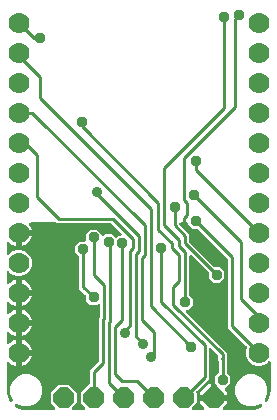
<source format=gbr>
G04 EAGLE Gerber RS-274X export*
G75*
%MOMM*%
%FSLAX34Y34*%
%LPD*%
%INBottom Copper*%
%IPPOS*%
%AMOC8*
5,1,8,0,0,1.08239X$1,22.5*%
G01*
%ADD10P,1.924489X8X292.500000*%
%ADD11C,1.778000*%
%ADD12C,0.254000*%
%ADD13P,0.981078X8X22.500000*%
%ADD14C,0.906400*%
%ADD15C,0.406400*%

G36*
X42586Y2558D02*
X42586Y2558D01*
X42724Y2571D01*
X42743Y2578D01*
X42764Y2581D01*
X42893Y2632D01*
X43024Y2679D01*
X43040Y2690D01*
X43059Y2698D01*
X43172Y2779D01*
X43287Y2857D01*
X43300Y2873D01*
X43317Y2884D01*
X43405Y2992D01*
X43497Y3096D01*
X43506Y3114D01*
X43519Y3129D01*
X43579Y3255D01*
X43642Y3379D01*
X43646Y3399D01*
X43655Y3417D01*
X43681Y3553D01*
X43711Y3689D01*
X43711Y3710D01*
X43715Y3729D01*
X43706Y3868D01*
X43702Y4007D01*
X43696Y4027D01*
X43695Y4047D01*
X43652Y4179D01*
X43613Y4313D01*
X43603Y4330D01*
X43597Y4349D01*
X43522Y4467D01*
X43452Y4587D01*
X43433Y4608D01*
X43427Y4618D01*
X43412Y4632D01*
X43345Y4707D01*
X39877Y8176D01*
X39877Y17224D01*
X46276Y23623D01*
X55324Y23623D01*
X61723Y17224D01*
X61723Y8176D01*
X58255Y4707D01*
X58169Y4598D01*
X58081Y4491D01*
X58072Y4472D01*
X58060Y4456D01*
X58004Y4328D01*
X57945Y4203D01*
X57941Y4183D01*
X57933Y4164D01*
X57911Y4026D01*
X57885Y3890D01*
X57887Y3870D01*
X57883Y3850D01*
X57896Y3711D01*
X57905Y3573D01*
X57911Y3554D01*
X57913Y3534D01*
X57960Y3402D01*
X58003Y3271D01*
X58014Y3253D01*
X58021Y3234D01*
X58099Y3119D01*
X58173Y3002D01*
X58188Y2988D01*
X58199Y2971D01*
X58304Y2879D01*
X58405Y2784D01*
X58423Y2774D01*
X58438Y2761D01*
X58562Y2697D01*
X58683Y2630D01*
X58703Y2625D01*
X58721Y2616D01*
X58857Y2586D01*
X58991Y2551D01*
X59019Y2549D01*
X59031Y2546D01*
X59052Y2547D01*
X59152Y2541D01*
X67848Y2541D01*
X67986Y2558D01*
X68124Y2571D01*
X68143Y2578D01*
X68164Y2581D01*
X68293Y2632D01*
X68424Y2679D01*
X68440Y2690D01*
X68459Y2698D01*
X68572Y2779D01*
X68687Y2857D01*
X68700Y2873D01*
X68717Y2884D01*
X68805Y2992D01*
X68897Y3096D01*
X68906Y3114D01*
X68919Y3129D01*
X68979Y3255D01*
X69042Y3379D01*
X69046Y3399D01*
X69055Y3417D01*
X69081Y3553D01*
X69111Y3689D01*
X69111Y3710D01*
X69115Y3729D01*
X69106Y3868D01*
X69102Y4007D01*
X69096Y4027D01*
X69095Y4047D01*
X69052Y4179D01*
X69013Y4313D01*
X69003Y4330D01*
X68997Y4349D01*
X68922Y4467D01*
X68852Y4587D01*
X68833Y4608D01*
X68827Y4618D01*
X68812Y4632D01*
X68745Y4707D01*
X65277Y8176D01*
X65277Y17224D01*
X71683Y23630D01*
X71746Y23638D01*
X71865Y23645D01*
X71903Y23658D01*
X71944Y23663D01*
X72054Y23706D01*
X72167Y23743D01*
X72202Y23765D01*
X72239Y23780D01*
X72335Y23849D01*
X72436Y23913D01*
X72464Y23943D01*
X72497Y23966D01*
X72573Y24058D01*
X72654Y24145D01*
X72674Y24180D01*
X72699Y24211D01*
X72750Y24319D01*
X72808Y24423D01*
X72818Y24463D01*
X72835Y24499D01*
X72857Y24616D01*
X72887Y24731D01*
X72891Y24791D01*
X72895Y24811D01*
X72893Y24832D01*
X72897Y24892D01*
X72897Y35658D01*
X80146Y42906D01*
X80206Y42985D01*
X80274Y43057D01*
X80303Y43110D01*
X80340Y43158D01*
X80380Y43249D01*
X80428Y43335D01*
X80443Y43394D01*
X80467Y43449D01*
X80482Y43547D01*
X80507Y43643D01*
X80513Y43743D01*
X80517Y43764D01*
X80515Y43776D01*
X80517Y43804D01*
X80517Y80108D01*
X81415Y81006D01*
X81476Y81084D01*
X81544Y81157D01*
X81573Y81210D01*
X81610Y81258D01*
X81650Y81348D01*
X81698Y81435D01*
X81713Y81494D01*
X81737Y81549D01*
X81752Y81647D01*
X81777Y81743D01*
X81783Y81843D01*
X81787Y81863D01*
X81785Y81876D01*
X81787Y81904D01*
X81787Y91029D01*
X81770Y91167D01*
X81757Y91306D01*
X81750Y91325D01*
X81747Y91345D01*
X81696Y91474D01*
X81649Y91605D01*
X81638Y91622D01*
X81630Y91640D01*
X81549Y91753D01*
X81471Y91868D01*
X81455Y91881D01*
X81444Y91898D01*
X81336Y91987D01*
X81232Y92078D01*
X81214Y92088D01*
X81199Y92101D01*
X81073Y92160D01*
X80949Y92223D01*
X80929Y92227D01*
X80911Y92236D01*
X80774Y92262D01*
X80639Y92293D01*
X80618Y92292D01*
X80599Y92296D01*
X80460Y92287D01*
X80321Y92283D01*
X80301Y92277D01*
X80281Y92276D01*
X80149Y92233D01*
X80015Y92195D01*
X79998Y92184D01*
X79979Y92178D01*
X79861Y92104D01*
X79741Y92033D01*
X79720Y92014D01*
X79710Y92008D01*
X79696Y91993D01*
X79621Y91927D01*
X78919Y91225D01*
X73481Y91225D01*
X69635Y95071D01*
X69635Y99158D01*
X69623Y99256D01*
X69620Y99355D01*
X69603Y99414D01*
X69595Y99474D01*
X69559Y99566D01*
X69531Y99661D01*
X69501Y99713D01*
X69478Y99769D01*
X69420Y99849D01*
X69370Y99935D01*
X69304Y100010D01*
X69292Y100027D01*
X69282Y100035D01*
X69264Y100056D01*
X64007Y105312D01*
X64007Y131923D01*
X63995Y132021D01*
X63992Y132120D01*
X63975Y132179D01*
X63967Y132239D01*
X63931Y132331D01*
X63903Y132426D01*
X63873Y132478D01*
X63850Y132534D01*
X63792Y132614D01*
X63742Y132700D01*
X63676Y132775D01*
X63664Y132792D01*
X63654Y132799D01*
X63636Y132821D01*
X60745Y135711D01*
X60745Y141149D01*
X64591Y144995D01*
X68366Y144995D01*
X68484Y145010D01*
X68603Y145017D01*
X68641Y145030D01*
X68682Y145035D01*
X68792Y145078D01*
X68905Y145115D01*
X68940Y145137D01*
X68977Y145152D01*
X69073Y145221D01*
X69174Y145285D01*
X69202Y145315D01*
X69235Y145338D01*
X69311Y145430D01*
X69392Y145517D01*
X69412Y145552D01*
X69437Y145583D01*
X69488Y145691D01*
X69546Y145795D01*
X69556Y145835D01*
X69573Y145871D01*
X69595Y145988D01*
X69625Y146103D01*
X69629Y146163D01*
X69633Y146183D01*
X69631Y146204D01*
X69635Y146264D01*
X69635Y151309D01*
X73481Y155155D01*
X78919Y155155D01*
X82765Y151309D01*
X82765Y150993D01*
X82782Y150855D01*
X82795Y150716D01*
X82802Y150697D01*
X82805Y150677D01*
X82856Y150548D01*
X82903Y150417D01*
X82914Y150400D01*
X82922Y150382D01*
X83003Y150269D01*
X83081Y150154D01*
X83097Y150141D01*
X83108Y150124D01*
X83216Y150035D01*
X83320Y149944D01*
X83338Y149934D01*
X83353Y149921D01*
X83479Y149862D01*
X83603Y149799D01*
X83623Y149795D01*
X83641Y149786D01*
X83778Y149760D01*
X83913Y149729D01*
X83934Y149730D01*
X83953Y149726D01*
X84092Y149735D01*
X84231Y149739D01*
X84251Y149745D01*
X84271Y149746D01*
X84403Y149789D01*
X84537Y149827D01*
X84554Y149838D01*
X84573Y149844D01*
X84691Y149918D01*
X84811Y149989D01*
X84832Y150008D01*
X84842Y150014D01*
X84856Y150029D01*
X84931Y150095D01*
X86181Y151345D01*
X91619Y151345D01*
X94352Y148611D01*
X94447Y148538D01*
X94536Y148460D01*
X94572Y148441D01*
X94604Y148416D01*
X94713Y148369D01*
X94819Y148315D01*
X94858Y148306D01*
X94896Y148290D01*
X95013Y148271D01*
X95129Y148245D01*
X95170Y148247D01*
X95210Y148240D01*
X95328Y148251D01*
X95447Y148255D01*
X95486Y148266D01*
X95526Y148270D01*
X95639Y148310D01*
X95753Y148343D01*
X95787Y148364D01*
X95826Y148378D01*
X95924Y148445D01*
X96027Y148505D01*
X96072Y148545D01*
X96089Y148556D01*
X96102Y148572D01*
X96147Y148611D01*
X97611Y150075D01*
X98730Y150075D01*
X98868Y150092D01*
X99007Y150105D01*
X99026Y150112D01*
X99046Y150115D01*
X99175Y150166D01*
X99306Y150213D01*
X99323Y150224D01*
X99341Y150232D01*
X99454Y150313D01*
X99569Y150391D01*
X99582Y150407D01*
X99599Y150418D01*
X99687Y150526D01*
X99780Y150630D01*
X99789Y150648D01*
X99802Y150663D01*
X99861Y150789D01*
X99924Y150913D01*
X99929Y150933D01*
X99937Y150951D01*
X99963Y151087D01*
X99994Y151223D01*
X99993Y151244D01*
X99997Y151263D01*
X99988Y151402D01*
X99984Y151541D01*
X99978Y151561D01*
X99977Y151581D01*
X99934Y151713D01*
X99896Y151847D01*
X99885Y151864D01*
X99879Y151883D01*
X99805Y152001D01*
X99734Y152121D01*
X99716Y152142D01*
X99709Y152152D01*
X99694Y152166D01*
X99628Y152241D01*
X91714Y160156D01*
X91635Y160216D01*
X91563Y160284D01*
X91510Y160313D01*
X91462Y160350D01*
X91371Y160390D01*
X91285Y160438D01*
X91226Y160453D01*
X91171Y160477D01*
X91073Y160492D01*
X90977Y160517D01*
X90877Y160523D01*
X90856Y160527D01*
X90844Y160525D01*
X90816Y160527D01*
X45622Y160527D01*
X45232Y160917D01*
X45154Y160978D01*
X45081Y161046D01*
X45028Y161075D01*
X44980Y161112D01*
X44890Y161152D01*
X44803Y161200D01*
X44744Y161215D01*
X44689Y161239D01*
X44591Y161254D01*
X44495Y161279D01*
X44395Y161285D01*
X44375Y161289D01*
X44362Y161287D01*
X44334Y161289D01*
X22862Y161289D01*
X22822Y161284D01*
X22783Y161287D01*
X22665Y161264D01*
X22546Y161249D01*
X22509Y161235D01*
X22470Y161227D01*
X22362Y161176D01*
X22251Y161132D01*
X22218Y161109D01*
X22182Y161092D01*
X22090Y161016D01*
X21993Y160946D01*
X21968Y160915D01*
X21937Y160890D01*
X21867Y160793D01*
X21790Y160701D01*
X21773Y160665D01*
X21750Y160632D01*
X21706Y160521D01*
X21655Y160413D01*
X21647Y160374D01*
X21633Y160337D01*
X21618Y160218D01*
X21595Y160101D01*
X21598Y160061D01*
X21593Y160021D01*
X21607Y159902D01*
X21615Y159783D01*
X21627Y159745D01*
X21632Y159706D01*
X21676Y159594D01*
X21713Y159481D01*
X21734Y159447D01*
X21749Y159410D01*
X21835Y159274D01*
X22477Y158391D01*
X23293Y156788D01*
X23849Y155077D01*
X23871Y154939D01*
X13970Y154939D01*
X13852Y154924D01*
X13733Y154917D01*
X13695Y154904D01*
X13655Y154899D01*
X13544Y154856D01*
X13431Y154819D01*
X13397Y154797D01*
X13359Y154782D01*
X13263Y154712D01*
X13162Y154649D01*
X13134Y154619D01*
X13102Y154595D01*
X13026Y154504D01*
X12944Y154417D01*
X12925Y154382D01*
X12899Y154351D01*
X12848Y154243D01*
X12791Y154139D01*
X12780Y154099D01*
X12763Y154063D01*
X12741Y153946D01*
X12711Y153831D01*
X12707Y153770D01*
X12703Y153750D01*
X12705Y153730D01*
X12701Y153670D01*
X12701Y152399D01*
X11430Y152399D01*
X11312Y152384D01*
X11193Y152377D01*
X11155Y152364D01*
X11114Y152359D01*
X11004Y152315D01*
X10891Y152279D01*
X10856Y152257D01*
X10819Y152242D01*
X10723Y152172D01*
X10622Y152109D01*
X10594Y152079D01*
X10561Y152055D01*
X10486Y151964D01*
X10404Y151877D01*
X10384Y151842D01*
X10359Y151810D01*
X10308Y151703D01*
X10250Y151598D01*
X10240Y151559D01*
X10223Y151523D01*
X10201Y151406D01*
X10171Y151291D01*
X10167Y151230D01*
X10163Y151210D01*
X10165Y151190D01*
X10161Y151130D01*
X10161Y141229D01*
X10023Y141251D01*
X8312Y141807D01*
X6709Y142623D01*
X5253Y143681D01*
X4708Y144227D01*
X4598Y144312D01*
X4491Y144401D01*
X4472Y144410D01*
X4456Y144422D01*
X4328Y144477D01*
X4203Y144536D01*
X4183Y144540D01*
X4164Y144548D01*
X4026Y144570D01*
X3890Y144596D01*
X3870Y144595D01*
X3850Y144598D01*
X3711Y144585D01*
X3573Y144576D01*
X3554Y144570D01*
X3534Y144568D01*
X3403Y144521D01*
X3271Y144478D01*
X3253Y144468D01*
X3234Y144461D01*
X3120Y144383D01*
X3002Y144308D01*
X2988Y144294D01*
X2971Y144282D01*
X2879Y144178D01*
X2784Y144077D01*
X2774Y144059D01*
X2761Y144044D01*
X2698Y143920D01*
X2630Y143798D01*
X2625Y143779D01*
X2616Y143761D01*
X2586Y143625D01*
X2551Y143490D01*
X2549Y143462D01*
X2546Y143450D01*
X2547Y143430D01*
X2541Y143330D01*
X2541Y135352D01*
X2558Y135215D01*
X2571Y135076D01*
X2578Y135057D01*
X2581Y135036D01*
X2632Y134908D01*
X2679Y134776D01*
X2690Y134760D01*
X2698Y134741D01*
X2779Y134628D01*
X2857Y134513D01*
X2873Y134500D01*
X2884Y134483D01*
X2992Y134395D01*
X3096Y134303D01*
X3114Y134294D01*
X3129Y134281D01*
X3255Y134221D01*
X3379Y134158D01*
X3399Y134154D01*
X3417Y134145D01*
X3554Y134119D01*
X3689Y134089D01*
X3710Y134089D01*
X3729Y134085D01*
X3868Y134094D01*
X4007Y134098D01*
X4027Y134104D01*
X4047Y134105D01*
X4179Y134148D01*
X4313Y134187D01*
X4330Y134197D01*
X4349Y134203D01*
X4467Y134278D01*
X4587Y134348D01*
X4608Y134367D01*
X4618Y134373D01*
X4632Y134388D01*
X4707Y134455D01*
X6513Y136260D01*
X10527Y137923D01*
X14873Y137923D01*
X18887Y136260D01*
X21960Y133187D01*
X23623Y129173D01*
X23623Y124827D01*
X21960Y120813D01*
X18887Y117740D01*
X14873Y116077D01*
X10527Y116077D01*
X6513Y117740D01*
X4707Y119545D01*
X4598Y119631D01*
X4491Y119719D01*
X4472Y119728D01*
X4456Y119740D01*
X4328Y119796D01*
X4203Y119855D01*
X4183Y119859D01*
X4164Y119867D01*
X4026Y119889D01*
X3890Y119915D01*
X3870Y119913D01*
X3850Y119917D01*
X3711Y119904D01*
X3573Y119895D01*
X3554Y119889D01*
X3534Y119887D01*
X3402Y119840D01*
X3271Y119797D01*
X3253Y119786D01*
X3234Y119779D01*
X3119Y119701D01*
X3002Y119627D01*
X2988Y119612D01*
X2971Y119601D01*
X2879Y119496D01*
X2784Y119395D01*
X2774Y119377D01*
X2761Y119362D01*
X2697Y119238D01*
X2630Y119117D01*
X2625Y119097D01*
X2616Y119079D01*
X2586Y118943D01*
X2551Y118809D01*
X2549Y118781D01*
X2546Y118769D01*
X2547Y118748D01*
X2541Y118648D01*
X2541Y110670D01*
X2558Y110532D01*
X2571Y110394D01*
X2578Y110375D01*
X2581Y110355D01*
X2632Y110225D01*
X2679Y110095D01*
X2690Y110078D01*
X2698Y110059D01*
X2779Y109947D01*
X2857Y109832D01*
X2873Y109818D01*
X2884Y109802D01*
X2992Y109713D01*
X3096Y109621D01*
X3114Y109612D01*
X3129Y109599D01*
X3255Y109540D01*
X3379Y109477D01*
X3399Y109472D01*
X3417Y109464D01*
X3553Y109438D01*
X3689Y109407D01*
X3710Y109408D01*
X3729Y109404D01*
X3868Y109412D01*
X4007Y109417D01*
X4027Y109422D01*
X4047Y109424D01*
X4179Y109466D01*
X4313Y109505D01*
X4330Y109515D01*
X4349Y109522D01*
X4467Y109596D01*
X4587Y109667D01*
X4608Y109685D01*
X4618Y109692D01*
X4632Y109707D01*
X4708Y109773D01*
X5253Y110319D01*
X6709Y111377D01*
X8312Y112193D01*
X10023Y112749D01*
X10161Y112771D01*
X10161Y102870D01*
X10176Y102752D01*
X10183Y102633D01*
X10196Y102595D01*
X10201Y102555D01*
X10244Y102444D01*
X10281Y102331D01*
X10303Y102297D01*
X10318Y102259D01*
X10388Y102163D01*
X10451Y102062D01*
X10481Y102034D01*
X10504Y102002D01*
X10596Y101926D01*
X10683Y101844D01*
X10718Y101825D01*
X10749Y101799D01*
X10857Y101748D01*
X10961Y101691D01*
X11001Y101680D01*
X11037Y101663D01*
X11154Y101641D01*
X11269Y101611D01*
X11330Y101607D01*
X11350Y101603D01*
X11370Y101605D01*
X11430Y101601D01*
X12701Y101601D01*
X12701Y101599D01*
X11430Y101599D01*
X11312Y101584D01*
X11193Y101577D01*
X11155Y101564D01*
X11114Y101559D01*
X11004Y101515D01*
X10891Y101479D01*
X10856Y101457D01*
X10819Y101442D01*
X10723Y101372D01*
X10622Y101309D01*
X10594Y101279D01*
X10561Y101255D01*
X10486Y101164D01*
X10404Y101077D01*
X10384Y101042D01*
X10359Y101010D01*
X10308Y100903D01*
X10250Y100798D01*
X10240Y100759D01*
X10223Y100723D01*
X10201Y100606D01*
X10171Y100491D01*
X10167Y100430D01*
X10163Y100410D01*
X10165Y100390D01*
X10161Y100330D01*
X10161Y90429D01*
X10023Y90451D01*
X8312Y91007D01*
X6709Y91823D01*
X5253Y92881D01*
X4708Y93427D01*
X4598Y93512D01*
X4491Y93601D01*
X4472Y93610D01*
X4456Y93622D01*
X4328Y93677D01*
X4203Y93736D01*
X4183Y93740D01*
X4164Y93748D01*
X4026Y93770D01*
X3890Y93796D01*
X3870Y93795D01*
X3850Y93798D01*
X3711Y93785D01*
X3573Y93776D01*
X3554Y93770D01*
X3534Y93768D01*
X3403Y93721D01*
X3271Y93678D01*
X3253Y93668D01*
X3234Y93661D01*
X3120Y93583D01*
X3002Y93508D01*
X2988Y93494D01*
X2971Y93482D01*
X2879Y93378D01*
X2784Y93277D01*
X2774Y93259D01*
X2761Y93244D01*
X2698Y93120D01*
X2630Y92998D01*
X2625Y92979D01*
X2616Y92961D01*
X2586Y92825D01*
X2551Y92690D01*
X2549Y92662D01*
X2546Y92650D01*
X2547Y92630D01*
X2541Y92530D01*
X2541Y85270D01*
X2558Y85132D01*
X2571Y84994D01*
X2578Y84975D01*
X2581Y84955D01*
X2632Y84825D01*
X2679Y84695D01*
X2690Y84678D01*
X2698Y84659D01*
X2779Y84547D01*
X2857Y84432D01*
X2873Y84418D01*
X2884Y84402D01*
X2992Y84313D01*
X3096Y84221D01*
X3114Y84212D01*
X3129Y84199D01*
X3255Y84140D01*
X3379Y84077D01*
X3399Y84072D01*
X3417Y84064D01*
X3553Y84038D01*
X3689Y84007D01*
X3710Y84008D01*
X3729Y84004D01*
X3868Y84012D01*
X4007Y84017D01*
X4027Y84022D01*
X4047Y84024D01*
X4179Y84066D01*
X4313Y84105D01*
X4330Y84115D01*
X4349Y84122D01*
X4467Y84196D01*
X4587Y84267D01*
X4608Y84285D01*
X4618Y84292D01*
X4632Y84307D01*
X4708Y84373D01*
X5253Y84919D01*
X6709Y85977D01*
X8312Y86793D01*
X10023Y87349D01*
X10161Y87371D01*
X10161Y77470D01*
X10176Y77352D01*
X10183Y77233D01*
X10196Y77195D01*
X10201Y77155D01*
X10244Y77044D01*
X10281Y76931D01*
X10303Y76897D01*
X10318Y76859D01*
X10388Y76763D01*
X10451Y76662D01*
X10481Y76634D01*
X10504Y76602D01*
X10596Y76526D01*
X10683Y76444D01*
X10718Y76425D01*
X10749Y76399D01*
X10857Y76348D01*
X10961Y76291D01*
X11001Y76280D01*
X11037Y76263D01*
X11154Y76241D01*
X11269Y76211D01*
X11330Y76207D01*
X11350Y76203D01*
X11370Y76205D01*
X11430Y76201D01*
X12701Y76201D01*
X12701Y76199D01*
X11430Y76199D01*
X11312Y76184D01*
X11193Y76177D01*
X11155Y76164D01*
X11114Y76159D01*
X11004Y76115D01*
X10891Y76079D01*
X10856Y76057D01*
X10819Y76042D01*
X10723Y75972D01*
X10622Y75909D01*
X10594Y75879D01*
X10561Y75855D01*
X10486Y75764D01*
X10404Y75677D01*
X10384Y75642D01*
X10359Y75610D01*
X10308Y75503D01*
X10250Y75398D01*
X10240Y75359D01*
X10223Y75323D01*
X10201Y75206D01*
X10171Y75091D01*
X10167Y75030D01*
X10163Y75010D01*
X10165Y74990D01*
X10161Y74930D01*
X10161Y65029D01*
X10023Y65051D01*
X8312Y65607D01*
X6709Y66423D01*
X5253Y67481D01*
X4708Y68027D01*
X4598Y68112D01*
X4491Y68201D01*
X4472Y68210D01*
X4456Y68222D01*
X4328Y68277D01*
X4203Y68336D01*
X4183Y68340D01*
X4164Y68348D01*
X4026Y68370D01*
X3890Y68396D01*
X3870Y68395D01*
X3850Y68398D01*
X3711Y68385D01*
X3573Y68376D01*
X3554Y68370D01*
X3534Y68368D01*
X3403Y68321D01*
X3271Y68278D01*
X3253Y68268D01*
X3234Y68261D01*
X3120Y68183D01*
X3002Y68108D01*
X2988Y68094D01*
X2971Y68082D01*
X2879Y67978D01*
X2784Y67877D01*
X2774Y67859D01*
X2761Y67844D01*
X2698Y67720D01*
X2630Y67598D01*
X2625Y67579D01*
X2616Y67561D01*
X2586Y67425D01*
X2551Y67290D01*
X2549Y67262D01*
X2546Y67250D01*
X2547Y67230D01*
X2541Y67130D01*
X2541Y59870D01*
X2558Y59732D01*
X2571Y59594D01*
X2578Y59575D01*
X2581Y59555D01*
X2632Y59425D01*
X2679Y59295D01*
X2690Y59278D01*
X2698Y59259D01*
X2779Y59147D01*
X2857Y59032D01*
X2873Y59018D01*
X2884Y59002D01*
X2992Y58913D01*
X3096Y58821D01*
X3114Y58812D01*
X3129Y58799D01*
X3255Y58740D01*
X3379Y58677D01*
X3399Y58672D01*
X3417Y58664D01*
X3553Y58638D01*
X3689Y58607D01*
X3710Y58608D01*
X3729Y58604D01*
X3868Y58612D01*
X4007Y58617D01*
X4027Y58622D01*
X4047Y58624D01*
X4179Y58666D01*
X4313Y58705D01*
X4330Y58715D01*
X4349Y58722D01*
X4467Y58796D01*
X4587Y58867D01*
X4608Y58885D01*
X4618Y58892D01*
X4632Y58907D01*
X4708Y58973D01*
X5253Y59519D01*
X6709Y60577D01*
X8312Y61393D01*
X10023Y61949D01*
X10161Y61971D01*
X10161Y52070D01*
X10176Y51952D01*
X10183Y51833D01*
X10196Y51795D01*
X10201Y51755D01*
X10244Y51644D01*
X10281Y51531D01*
X10303Y51497D01*
X10318Y51459D01*
X10388Y51363D01*
X10451Y51262D01*
X10481Y51234D01*
X10504Y51202D01*
X10596Y51126D01*
X10683Y51044D01*
X10718Y51025D01*
X10749Y50999D01*
X10857Y50948D01*
X10961Y50891D01*
X11001Y50880D01*
X11037Y50863D01*
X11154Y50841D01*
X11269Y50811D01*
X11330Y50807D01*
X11350Y50803D01*
X11370Y50805D01*
X11430Y50801D01*
X12701Y50801D01*
X12701Y50799D01*
X11430Y50799D01*
X11312Y50784D01*
X11193Y50777D01*
X11155Y50764D01*
X11114Y50759D01*
X11004Y50715D01*
X10891Y50679D01*
X10856Y50657D01*
X10819Y50642D01*
X10723Y50572D01*
X10622Y50509D01*
X10594Y50479D01*
X10561Y50455D01*
X10486Y50364D01*
X10404Y50277D01*
X10384Y50242D01*
X10359Y50210D01*
X10308Y50103D01*
X10250Y49998D01*
X10240Y49959D01*
X10223Y49923D01*
X10201Y49806D01*
X10171Y49691D01*
X10167Y49630D01*
X10163Y49610D01*
X10165Y49590D01*
X10163Y49583D01*
X10164Y49577D01*
X10161Y49530D01*
X10161Y39629D01*
X10023Y39651D01*
X8312Y40207D01*
X6709Y41023D01*
X5253Y42081D01*
X4708Y42627D01*
X4598Y42712D01*
X4491Y42801D01*
X4472Y42810D01*
X4456Y42822D01*
X4328Y42877D01*
X4203Y42936D01*
X4183Y42940D01*
X4164Y42948D01*
X4026Y42970D01*
X3890Y42996D01*
X3870Y42995D01*
X3850Y42998D01*
X3711Y42985D01*
X3573Y42976D01*
X3554Y42970D01*
X3534Y42968D01*
X3403Y42921D01*
X3271Y42878D01*
X3253Y42868D01*
X3234Y42861D01*
X3120Y42783D01*
X3002Y42708D01*
X2988Y42694D01*
X2971Y42682D01*
X2879Y42578D01*
X2784Y42477D01*
X2774Y42459D01*
X2761Y42444D01*
X2698Y42320D01*
X2630Y42198D01*
X2625Y42179D01*
X2616Y42161D01*
X2586Y42025D01*
X2551Y41890D01*
X2549Y41862D01*
X2546Y41850D01*
X2547Y41830D01*
X2541Y41730D01*
X2541Y19050D01*
X2543Y19028D01*
X2545Y18950D01*
X2732Y16566D01*
X2746Y16499D01*
X2751Y16430D01*
X2790Y16274D01*
X4264Y11739D01*
X4314Y11631D01*
X4358Y11521D01*
X4391Y11470D01*
X4399Y11451D01*
X4412Y11435D01*
X4444Y11385D01*
X5409Y10058D01*
X5415Y10050D01*
X5420Y10042D01*
X5525Y9934D01*
X5626Y9826D01*
X5635Y9820D01*
X5642Y9813D01*
X5769Y9735D01*
X5895Y9655D01*
X5904Y9652D01*
X5913Y9647D01*
X6055Y9603D01*
X6197Y9557D01*
X6207Y9556D01*
X6217Y9553D01*
X6365Y9546D01*
X6515Y9537D01*
X6525Y9539D01*
X6534Y9538D01*
X6680Y9568D01*
X6827Y9596D01*
X6836Y9600D01*
X6846Y9603D01*
X6981Y9669D01*
X7115Y9732D01*
X7123Y9738D01*
X7132Y9742D01*
X7246Y9840D01*
X7360Y9934D01*
X7366Y9942D01*
X7374Y9949D01*
X7460Y10071D01*
X7547Y10191D01*
X7551Y10200D01*
X7557Y10209D01*
X7610Y10349D01*
X7665Y10487D01*
X7666Y10497D01*
X7669Y10506D01*
X7686Y10655D01*
X7705Y10802D01*
X7704Y10812D01*
X7705Y10822D01*
X7684Y10970D01*
X7665Y11118D01*
X7662Y11127D01*
X7660Y11137D01*
X7608Y11289D01*
X5509Y16357D01*
X5509Y21743D01*
X7571Y26720D01*
X11380Y30529D01*
X16357Y32591D01*
X21743Y32591D01*
X26720Y30529D01*
X30529Y26720D01*
X32591Y21743D01*
X32591Y16357D01*
X30529Y11380D01*
X26720Y7571D01*
X21743Y5509D01*
X16357Y5509D01*
X11289Y7608D01*
X11280Y7611D01*
X11271Y7616D01*
X11126Y7653D01*
X10983Y7692D01*
X10973Y7692D01*
X10963Y7695D01*
X10814Y7695D01*
X10665Y7697D01*
X10655Y7695D01*
X10645Y7695D01*
X10501Y7658D01*
X10355Y7623D01*
X10346Y7618D01*
X10337Y7616D01*
X10207Y7544D01*
X10074Y7474D01*
X10067Y7468D01*
X10058Y7463D01*
X9949Y7360D01*
X9839Y7260D01*
X9833Y7252D01*
X9826Y7245D01*
X9746Y7120D01*
X9664Y6995D01*
X9661Y6985D01*
X9656Y6977D01*
X9609Y6835D01*
X9561Y6694D01*
X9560Y6684D01*
X9557Y6674D01*
X9548Y6526D01*
X9536Y6377D01*
X9537Y6367D01*
X9537Y6357D01*
X9564Y6212D01*
X9590Y6063D01*
X9594Y6054D01*
X9596Y6045D01*
X9659Y5910D01*
X9721Y5774D01*
X9727Y5766D01*
X9731Y5757D01*
X9826Y5641D01*
X9919Y5525D01*
X9927Y5519D01*
X9934Y5511D01*
X10058Y5409D01*
X11385Y4444D01*
X11489Y4387D01*
X11589Y4323D01*
X11646Y4301D01*
X11664Y4291D01*
X11683Y4286D01*
X11739Y4264D01*
X16274Y2790D01*
X16342Y2778D01*
X16407Y2755D01*
X16566Y2732D01*
X18950Y2545D01*
X18972Y2546D01*
X19050Y2541D01*
X42448Y2541D01*
X42586Y2558D01*
G37*
G36*
X168867Y2558D02*
X168867Y2558D01*
X169006Y2571D01*
X169025Y2578D01*
X169045Y2581D01*
X169174Y2632D01*
X169305Y2679D01*
X169322Y2690D01*
X169341Y2698D01*
X169453Y2779D01*
X169568Y2857D01*
X169582Y2873D01*
X169598Y2884D01*
X169687Y2992D01*
X169779Y3096D01*
X169788Y3114D01*
X169801Y3129D01*
X169860Y3255D01*
X169923Y3379D01*
X169928Y3399D01*
X169936Y3417D01*
X169963Y3553D01*
X169993Y3689D01*
X169992Y3710D01*
X169996Y3729D01*
X169988Y3868D01*
X169983Y4007D01*
X169978Y4027D01*
X169977Y4047D01*
X169934Y4179D01*
X169895Y4313D01*
X169885Y4330D01*
X169878Y4349D01*
X169804Y4467D01*
X169733Y4587D01*
X169715Y4608D01*
X169708Y4618D01*
X169693Y4632D01*
X169627Y4707D01*
X166369Y7965D01*
X166369Y10161D01*
X176530Y10161D01*
X176648Y10176D01*
X176767Y10183D01*
X176805Y10196D01*
X176845Y10201D01*
X176956Y10244D01*
X177069Y10281D01*
X177103Y10303D01*
X177141Y10318D01*
X177237Y10388D01*
X177338Y10451D01*
X177366Y10481D01*
X177398Y10504D01*
X177474Y10596D01*
X177556Y10683D01*
X177575Y10718D01*
X177601Y10749D01*
X177652Y10857D01*
X177709Y10961D01*
X177720Y11001D01*
X177737Y11037D01*
X177759Y11154D01*
X177789Y11269D01*
X177793Y11330D01*
X177797Y11350D01*
X177795Y11370D01*
X177799Y11430D01*
X177799Y12701D01*
X177801Y12701D01*
X177801Y11430D01*
X177816Y11312D01*
X177823Y11193D01*
X177836Y11155D01*
X177841Y11114D01*
X177885Y11004D01*
X177921Y10891D01*
X177943Y10856D01*
X177958Y10819D01*
X178028Y10723D01*
X178091Y10622D01*
X178121Y10594D01*
X178145Y10561D01*
X178236Y10486D01*
X178323Y10404D01*
X178358Y10384D01*
X178390Y10359D01*
X178497Y10308D01*
X178602Y10250D01*
X178641Y10240D01*
X178677Y10223D01*
X178794Y10201D01*
X178909Y10171D01*
X178970Y10167D01*
X178990Y10163D01*
X179010Y10165D01*
X179070Y10161D01*
X189231Y10161D01*
X189231Y7965D01*
X185973Y4707D01*
X185888Y4598D01*
X185799Y4491D01*
X185790Y4472D01*
X185778Y4456D01*
X185723Y4328D01*
X185664Y4203D01*
X185660Y4183D01*
X185652Y4164D01*
X185630Y4026D01*
X185604Y3890D01*
X185605Y3870D01*
X185602Y3850D01*
X185615Y3711D01*
X185623Y3573D01*
X185630Y3554D01*
X185632Y3534D01*
X185679Y3402D01*
X185722Y3271D01*
X185732Y3253D01*
X185739Y3234D01*
X185817Y3119D01*
X185892Y3002D01*
X185906Y2988D01*
X185918Y2971D01*
X186022Y2879D01*
X186123Y2784D01*
X186141Y2774D01*
X186156Y2761D01*
X186280Y2697D01*
X186402Y2630D01*
X186421Y2625D01*
X186439Y2616D01*
X186575Y2586D01*
X186710Y2551D01*
X186738Y2549D01*
X186750Y2546D01*
X186770Y2547D01*
X186870Y2541D01*
X209550Y2541D01*
X209572Y2543D01*
X209650Y2545D01*
X212034Y2732D01*
X212101Y2746D01*
X212170Y2751D01*
X212326Y2790D01*
X216861Y4264D01*
X216968Y4314D01*
X217079Y4358D01*
X217130Y4391D01*
X217149Y4399D01*
X217165Y4412D01*
X217215Y4444D01*
X218542Y5409D01*
X218550Y5416D01*
X218558Y5421D01*
X218665Y5524D01*
X218774Y5626D01*
X218780Y5635D01*
X218787Y5642D01*
X218865Y5769D01*
X218945Y5895D01*
X218948Y5904D01*
X218953Y5913D01*
X218997Y6055D01*
X219043Y6197D01*
X219044Y6207D01*
X219047Y6217D01*
X219054Y6365D01*
X219063Y6515D01*
X219061Y6525D01*
X219062Y6535D01*
X219032Y6679D01*
X219004Y6827D01*
X219000Y6836D01*
X218998Y6846D01*
X218932Y6980D01*
X218869Y7115D01*
X218862Y7123D01*
X218858Y7132D01*
X218761Y7245D01*
X218666Y7360D01*
X218658Y7366D01*
X218651Y7374D01*
X218529Y7460D01*
X218409Y7547D01*
X218400Y7551D01*
X218391Y7557D01*
X218252Y7610D01*
X218113Y7665D01*
X218103Y7666D01*
X218094Y7669D01*
X217945Y7686D01*
X217798Y7705D01*
X217788Y7704D01*
X217778Y7705D01*
X217630Y7684D01*
X217482Y7665D01*
X217473Y7662D01*
X217463Y7660D01*
X217311Y7608D01*
X212243Y5509D01*
X206857Y5509D01*
X201880Y7571D01*
X198071Y11380D01*
X196009Y16357D01*
X196009Y21743D01*
X198071Y26720D01*
X201880Y30529D01*
X206857Y32591D01*
X212243Y32591D01*
X217220Y30529D01*
X221029Y26720D01*
X223091Y21743D01*
X223091Y16357D01*
X220992Y11289D01*
X220989Y11280D01*
X220984Y11271D01*
X220947Y11126D01*
X220908Y10983D01*
X220908Y10973D01*
X220905Y10963D01*
X220905Y10814D01*
X220903Y10665D01*
X220905Y10655D01*
X220905Y10645D01*
X220942Y10501D01*
X220977Y10355D01*
X220982Y10346D01*
X220984Y10337D01*
X221056Y10206D01*
X221126Y10074D01*
X221132Y10067D01*
X221137Y10058D01*
X221240Y9949D01*
X221340Y9839D01*
X221348Y9833D01*
X221355Y9826D01*
X221481Y9746D01*
X221605Y9664D01*
X221615Y9661D01*
X221623Y9655D01*
X221765Y9609D01*
X221906Y9561D01*
X221916Y9560D01*
X221925Y9557D01*
X222074Y9548D01*
X222223Y9536D01*
X222233Y9537D01*
X222243Y9537D01*
X222388Y9564D01*
X222536Y9590D01*
X222546Y9594D01*
X222555Y9596D01*
X222690Y9659D01*
X222826Y9721D01*
X222834Y9727D01*
X222843Y9731D01*
X222958Y9826D01*
X223075Y9919D01*
X223081Y9927D01*
X223089Y9934D01*
X223191Y10057D01*
X224156Y11385D01*
X224213Y11489D01*
X224277Y11589D01*
X224299Y11646D01*
X224309Y11664D01*
X224314Y11683D01*
X224336Y11739D01*
X225810Y16274D01*
X225822Y16342D01*
X225845Y16407D01*
X225868Y16566D01*
X226055Y18950D01*
X226055Y18956D01*
X226056Y18960D01*
X226055Y18980D01*
X226059Y19050D01*
X226059Y42448D01*
X226042Y42585D01*
X226029Y42724D01*
X226022Y42743D01*
X226019Y42764D01*
X225968Y42892D01*
X225921Y43024D01*
X225910Y43040D01*
X225902Y43059D01*
X225821Y43172D01*
X225743Y43287D01*
X225727Y43300D01*
X225716Y43317D01*
X225608Y43405D01*
X225504Y43497D01*
X225486Y43506D01*
X225471Y43519D01*
X225345Y43579D01*
X225221Y43642D01*
X225201Y43646D01*
X225183Y43655D01*
X225046Y43681D01*
X224911Y43711D01*
X224890Y43711D01*
X224871Y43715D01*
X224732Y43706D01*
X224593Y43702D01*
X224573Y43696D01*
X224553Y43695D01*
X224421Y43652D01*
X224287Y43613D01*
X224270Y43603D01*
X224251Y43597D01*
X224133Y43522D01*
X224013Y43452D01*
X223992Y43433D01*
X223982Y43427D01*
X223968Y43412D01*
X223893Y43345D01*
X222087Y41540D01*
X218073Y39877D01*
X213727Y39877D01*
X209713Y41540D01*
X206640Y44613D01*
X204977Y48627D01*
X204977Y52973D01*
X205848Y55074D01*
X205855Y55102D01*
X205869Y55128D01*
X205897Y55255D01*
X205931Y55380D01*
X205932Y55410D01*
X205938Y55439D01*
X205934Y55568D01*
X205937Y55698D01*
X205930Y55727D01*
X205929Y55757D01*
X205893Y55881D01*
X205862Y56008D01*
X205849Y56034D01*
X205840Y56062D01*
X205775Y56174D01*
X205714Y56289D01*
X205694Y56311D01*
X205679Y56336D01*
X205572Y56457D01*
X189737Y72292D01*
X189737Y130186D01*
X189725Y130284D01*
X189722Y130383D01*
X189705Y130442D01*
X189697Y130502D01*
X189661Y130594D01*
X189633Y130689D01*
X189603Y130741D01*
X189580Y130797D01*
X189522Y130877D01*
X189472Y130963D01*
X189406Y131038D01*
X189394Y131055D01*
X189384Y131063D01*
X189366Y131084D01*
X164826Y155624D01*
X164747Y155684D01*
X164675Y155752D01*
X164622Y155781D01*
X164574Y155818D01*
X164483Y155858D01*
X164397Y155906D01*
X164338Y155921D01*
X164283Y155945D01*
X164185Y155960D01*
X164089Y155985D01*
X163989Y155991D01*
X163968Y155995D01*
X163956Y155993D01*
X163928Y155995D01*
X159841Y155995D01*
X155995Y159841D01*
X155995Y160020D01*
X155980Y160138D01*
X155973Y160257D01*
X155960Y160295D01*
X155955Y160336D01*
X155912Y160446D01*
X155875Y160559D01*
X155853Y160594D01*
X155838Y160631D01*
X155769Y160727D01*
X155705Y160828D01*
X155675Y160856D01*
X155652Y160889D01*
X155560Y160965D01*
X155473Y161046D01*
X155438Y161066D01*
X155407Y161091D01*
X155299Y161142D01*
X155195Y161200D01*
X155155Y161210D01*
X155119Y161227D01*
X155002Y161249D01*
X154887Y161279D01*
X154827Y161283D01*
X154807Y161287D01*
X154786Y161285D01*
X154726Y161289D01*
X149976Y161289D01*
X149838Y161272D01*
X149699Y161259D01*
X149680Y161252D01*
X149660Y161249D01*
X149531Y161198D01*
X149400Y161151D01*
X149383Y161140D01*
X149365Y161132D01*
X149252Y161051D01*
X149137Y160973D01*
X149124Y160957D01*
X149107Y160946D01*
X149018Y160838D01*
X148927Y160734D01*
X148917Y160716D01*
X148904Y160701D01*
X148845Y160575D01*
X148782Y160451D01*
X148777Y160431D01*
X148769Y160413D01*
X148743Y160277D01*
X148712Y160141D01*
X148713Y160120D01*
X148709Y160101D01*
X148718Y159962D01*
X148722Y159823D01*
X148728Y159803D01*
X148729Y159783D01*
X148772Y159651D01*
X148810Y159517D01*
X148821Y159500D01*
X148827Y159481D01*
X148901Y159363D01*
X148972Y159243D01*
X148990Y159222D01*
X148997Y159212D01*
X149012Y159198D01*
X149078Y159123D01*
X156973Y151228D01*
X156973Y145404D01*
X156985Y145306D01*
X156988Y145207D01*
X157005Y145148D01*
X157013Y145088D01*
X157049Y144996D01*
X157077Y144901D01*
X157107Y144849D01*
X157130Y144793D01*
X157188Y144713D01*
X157238Y144627D01*
X157304Y144552D01*
X157316Y144535D01*
X157326Y144527D01*
X157344Y144506D01*
X178074Y123776D01*
X178153Y123716D01*
X178225Y123648D01*
X178278Y123619D01*
X178326Y123582D01*
X178417Y123542D01*
X178503Y123494D01*
X178562Y123479D01*
X178617Y123455D01*
X178715Y123440D01*
X178811Y123415D01*
X178911Y123409D01*
X178932Y123405D01*
X178944Y123407D01*
X178972Y123405D01*
X183059Y123405D01*
X186905Y119559D01*
X186905Y114121D01*
X183059Y110275D01*
X177621Y110275D01*
X173775Y114121D01*
X173775Y118208D01*
X173763Y118306D01*
X173760Y118405D01*
X173743Y118464D01*
X173735Y118524D01*
X173699Y118616D01*
X173671Y118711D01*
X173641Y118763D01*
X173618Y118819D01*
X173560Y118899D01*
X173510Y118985D01*
X173444Y119060D01*
X173432Y119077D01*
X173422Y119085D01*
X173404Y119106D01*
X159139Y133370D01*
X159030Y133455D01*
X158923Y133544D01*
X158904Y133552D01*
X158888Y133565D01*
X158760Y133620D01*
X158635Y133679D01*
X158615Y133683D01*
X158596Y133691D01*
X158458Y133713D01*
X158322Y133739D01*
X158302Y133738D01*
X158282Y133741D01*
X158143Y133728D01*
X158005Y133719D01*
X157986Y133713D01*
X157966Y133711D01*
X157834Y133664D01*
X157703Y133621D01*
X157685Y133610D01*
X157666Y133603D01*
X157551Y133525D01*
X157434Y133451D01*
X157420Y133436D01*
X157403Y133425D01*
X157311Y133321D01*
X157216Y133219D01*
X157206Y133202D01*
X157193Y133186D01*
X157129Y133063D01*
X157062Y132941D01*
X157057Y132921D01*
X157048Y132903D01*
X157018Y132767D01*
X156983Y132633D01*
X156981Y132605D01*
X156978Y132593D01*
X156979Y132572D01*
X156973Y132472D01*
X156973Y100487D01*
X156985Y100389D01*
X156988Y100290D01*
X157005Y100231D01*
X157013Y100171D01*
X157049Y100079D01*
X157077Y99984D01*
X157107Y99932D01*
X157130Y99876D01*
X157188Y99796D01*
X157238Y99710D01*
X157304Y99635D01*
X157316Y99618D01*
X157326Y99611D01*
X157344Y99589D01*
X160235Y96699D01*
X160235Y91261D01*
X156389Y87415D01*
X155270Y87415D01*
X155132Y87398D01*
X154993Y87385D01*
X154974Y87378D01*
X154954Y87375D01*
X154825Y87324D01*
X154694Y87277D01*
X154677Y87266D01*
X154659Y87258D01*
X154546Y87177D01*
X154431Y87099D01*
X154418Y87083D01*
X154401Y87072D01*
X154313Y86964D01*
X154220Y86860D01*
X154211Y86842D01*
X154198Y86827D01*
X154139Y86701D01*
X154076Y86577D01*
X154071Y86557D01*
X154063Y86539D01*
X154037Y86403D01*
X154006Y86267D01*
X154007Y86246D01*
X154003Y86227D01*
X154012Y86088D01*
X154016Y85949D01*
X154022Y85929D01*
X154023Y85909D01*
X154066Y85777D01*
X154104Y85643D01*
X154115Y85626D01*
X154121Y85607D01*
X154195Y85489D01*
X154266Y85369D01*
X154284Y85348D01*
X154291Y85338D01*
X154306Y85324D01*
X154372Y85249D01*
X188723Y50898D01*
X188723Y34447D01*
X188735Y34349D01*
X188738Y34250D01*
X188755Y34191D01*
X188763Y34131D01*
X188799Y34039D01*
X188827Y33944D01*
X188857Y33892D01*
X188880Y33836D01*
X188938Y33756D01*
X188988Y33670D01*
X189054Y33595D01*
X189066Y33578D01*
X189076Y33571D01*
X189094Y33549D01*
X191985Y30659D01*
X191985Y25221D01*
X188112Y21348D01*
X188078Y21345D01*
X188059Y21338D01*
X188039Y21335D01*
X187910Y21284D01*
X187779Y21237D01*
X187762Y21226D01*
X187743Y21218D01*
X187631Y21137D01*
X187516Y21059D01*
X187502Y21043D01*
X187486Y21032D01*
X187397Y20924D01*
X187305Y20820D01*
X187296Y20802D01*
X187283Y20787D01*
X187224Y20661D01*
X187161Y20537D01*
X187156Y20517D01*
X187148Y20499D01*
X187121Y20363D01*
X187091Y20227D01*
X187092Y20206D01*
X187088Y20187D01*
X187096Y20048D01*
X187101Y19909D01*
X187106Y19889D01*
X187107Y19869D01*
X187150Y19737D01*
X187189Y19603D01*
X187199Y19586D01*
X187206Y19567D01*
X187280Y19449D01*
X187351Y19329D01*
X187369Y19308D01*
X187376Y19298D01*
X187391Y19284D01*
X187457Y19209D01*
X189231Y17435D01*
X189231Y15239D01*
X180339Y15239D01*
X180339Y23211D01*
X180327Y23309D01*
X180324Y23408D01*
X180307Y23467D01*
X180299Y23527D01*
X180263Y23619D01*
X180235Y23714D01*
X180205Y23766D01*
X180182Y23822D01*
X180124Y23902D01*
X180074Y23988D01*
X180007Y24063D01*
X179995Y24080D01*
X179986Y24087D01*
X179967Y24109D01*
X178855Y25221D01*
X178855Y30659D01*
X181746Y33549D01*
X181806Y33628D01*
X181874Y33700D01*
X181903Y33753D01*
X181940Y33801D01*
X181980Y33892D01*
X182028Y33978D01*
X182043Y34037D01*
X182067Y34093D01*
X182082Y34191D01*
X182107Y34286D01*
X182113Y34386D01*
X182117Y34407D01*
X182115Y34419D01*
X182117Y34447D01*
X182117Y43826D01*
X182105Y43924D01*
X182102Y44023D01*
X182085Y44082D01*
X182077Y44142D01*
X182041Y44234D01*
X182013Y44329D01*
X181983Y44381D01*
X181960Y44437D01*
X181902Y44517D01*
X181852Y44603D01*
X181786Y44678D01*
X181774Y44695D01*
X181764Y44703D01*
X181746Y44724D01*
X181373Y45096D01*
X181373Y48224D01*
X181379Y48248D01*
X181378Y48288D01*
X181384Y48327D01*
X181373Y48446D01*
X181369Y48566D01*
X181358Y48604D01*
X181354Y48644D01*
X181314Y48757D01*
X181281Y48872D01*
X181261Y48906D01*
X181247Y48943D01*
X181180Y49042D01*
X181119Y49146D01*
X181080Y49190D01*
X181069Y49206D01*
X181054Y49220D01*
X181013Y49266D01*
X175649Y54630D01*
X175540Y54715D01*
X175433Y54804D01*
X175414Y54812D01*
X175398Y54825D01*
X175270Y54880D01*
X175145Y54939D01*
X175125Y54943D01*
X175106Y54951D01*
X174968Y54973D01*
X174832Y54999D01*
X174812Y54998D01*
X174792Y55001D01*
X174653Y54988D01*
X174515Y54979D01*
X174496Y54973D01*
X174476Y54971D01*
X174344Y54924D01*
X174213Y54881D01*
X174195Y54870D01*
X174176Y54863D01*
X174061Y54785D01*
X173944Y54711D01*
X173930Y54696D01*
X173913Y54685D01*
X173821Y54581D01*
X173726Y54479D01*
X173716Y54462D01*
X173703Y54446D01*
X173639Y54323D01*
X173572Y54201D01*
X173567Y54181D01*
X173558Y54163D01*
X173528Y54027D01*
X173493Y53893D01*
X173491Y53865D01*
X173488Y53853D01*
X173489Y53832D01*
X173483Y53732D01*
X173483Y29112D01*
X163356Y18986D01*
X163283Y18891D01*
X163205Y18802D01*
X163186Y18766D01*
X163161Y18734D01*
X163114Y18625D01*
X163060Y18519D01*
X163051Y18480D01*
X163035Y18443D01*
X163016Y18325D01*
X162990Y18209D01*
X162992Y18168D01*
X162985Y18128D01*
X162996Y18010D01*
X163000Y17891D01*
X163011Y17852D01*
X163015Y17812D01*
X163055Y17700D01*
X163088Y17585D01*
X163109Y17551D01*
X163123Y17513D01*
X163190Y17414D01*
X163250Y17311D01*
X163290Y17266D01*
X163301Y17249D01*
X163317Y17236D01*
X163323Y17229D01*
X163323Y8176D01*
X159855Y4707D01*
X159769Y4598D01*
X159681Y4491D01*
X159672Y4472D01*
X159660Y4456D01*
X159604Y4328D01*
X159545Y4203D01*
X159541Y4183D01*
X159533Y4164D01*
X159511Y4026D01*
X159485Y3890D01*
X159487Y3870D01*
X159483Y3850D01*
X159496Y3711D01*
X159505Y3573D01*
X159511Y3554D01*
X159513Y3534D01*
X159560Y3402D01*
X159603Y3271D01*
X159614Y3253D01*
X159621Y3234D01*
X159699Y3119D01*
X159773Y3002D01*
X159788Y2988D01*
X159799Y2971D01*
X159904Y2879D01*
X160005Y2784D01*
X160023Y2774D01*
X160038Y2761D01*
X160162Y2697D01*
X160283Y2630D01*
X160303Y2625D01*
X160321Y2616D01*
X160457Y2586D01*
X160591Y2551D01*
X160619Y2549D01*
X160631Y2546D01*
X160652Y2547D01*
X160752Y2541D01*
X168730Y2541D01*
X168867Y2558D01*
G37*
%LPC*%
G36*
X166369Y15239D02*
X166369Y15239D01*
X166369Y17435D01*
X173065Y24131D01*
X175261Y24131D01*
X175261Y15239D01*
X166369Y15239D01*
G37*
%LPD*%
%LPC*%
G36*
X15239Y104139D02*
X15239Y104139D01*
X15239Y112771D01*
X15377Y112749D01*
X17088Y112193D01*
X18691Y111377D01*
X20147Y110319D01*
X21419Y109047D01*
X22477Y107591D01*
X23293Y105988D01*
X23849Y104277D01*
X23871Y104139D01*
X15239Y104139D01*
G37*
%LPD*%
%LPC*%
G36*
X15239Y78739D02*
X15239Y78739D01*
X15239Y87371D01*
X15377Y87349D01*
X17088Y86793D01*
X18691Y85977D01*
X20147Y84919D01*
X21419Y83647D01*
X22477Y82191D01*
X23293Y80588D01*
X23849Y78877D01*
X23871Y78739D01*
X15239Y78739D01*
G37*
%LPD*%
%LPC*%
G36*
X15239Y53339D02*
X15239Y53339D01*
X15239Y61971D01*
X15377Y61949D01*
X17088Y61393D01*
X18691Y60577D01*
X20147Y59519D01*
X21419Y58247D01*
X22477Y56791D01*
X23293Y55188D01*
X23849Y53477D01*
X23871Y53339D01*
X15239Y53339D01*
G37*
%LPD*%
%LPC*%
G36*
X15239Y149861D02*
X15239Y149861D01*
X23871Y149861D01*
X23849Y149723D01*
X23293Y148012D01*
X22477Y146409D01*
X21419Y144953D01*
X20147Y143681D01*
X18691Y142623D01*
X17088Y141807D01*
X15377Y141251D01*
X15239Y141229D01*
X15239Y149861D01*
G37*
%LPD*%
%LPC*%
G36*
X15239Y99061D02*
X15239Y99061D01*
X23871Y99061D01*
X23849Y98923D01*
X23293Y97212D01*
X22477Y95609D01*
X21419Y94153D01*
X20147Y92881D01*
X18691Y91823D01*
X17088Y91007D01*
X15377Y90451D01*
X15239Y90429D01*
X15239Y99061D01*
G37*
%LPD*%
%LPC*%
G36*
X15239Y73661D02*
X15239Y73661D01*
X23871Y73661D01*
X23849Y73523D01*
X23293Y71812D01*
X22477Y70209D01*
X21419Y68753D01*
X20147Y67481D01*
X18691Y66423D01*
X17088Y65607D01*
X15377Y65051D01*
X15239Y65029D01*
X15239Y73661D01*
G37*
%LPD*%
%LPC*%
G36*
X15239Y48261D02*
X15239Y48261D01*
X23871Y48261D01*
X23849Y48123D01*
X23293Y46412D01*
X22477Y44809D01*
X21419Y43353D01*
X20147Y42081D01*
X18691Y41023D01*
X17088Y40207D01*
X15377Y39651D01*
X15239Y39629D01*
X15239Y48261D01*
G37*
%LPD*%
D10*
X177800Y12700D03*
X152400Y12700D03*
X127000Y12700D03*
X101600Y12700D03*
X76200Y12700D03*
X50800Y12700D03*
D11*
X12700Y330200D03*
X12700Y304800D03*
X12700Y279400D03*
X12700Y254000D03*
X12700Y228600D03*
X12700Y203200D03*
X12700Y177800D03*
X12700Y152400D03*
X12700Y127000D03*
X12700Y101600D03*
X12700Y76200D03*
X12700Y50800D03*
X215900Y330200D03*
X215900Y304800D03*
X215900Y279400D03*
X215900Y254000D03*
X215900Y228600D03*
X215900Y203200D03*
X215900Y177800D03*
X215900Y152400D03*
X215900Y127000D03*
X215900Y101600D03*
X215900Y76200D03*
X215900Y50800D03*
D12*
X25400Y317500D02*
X12700Y330200D01*
D13*
X30480Y317500D03*
D12*
X25400Y317500D01*
D13*
X185420Y27940D03*
X66040Y246380D03*
D12*
X184676Y46464D02*
X184745Y46392D01*
X184811Y46318D01*
X184875Y46240D01*
X184935Y46161D01*
X184992Y46079D01*
X185046Y45995D01*
X185096Y45909D01*
X185143Y45821D01*
X185187Y45731D01*
X185227Y45640D01*
X185263Y45547D01*
X185296Y45453D01*
X185325Y45357D01*
X185350Y45261D01*
X185371Y45164D01*
X185389Y45065D01*
X185402Y44967D01*
X185412Y44867D01*
X185418Y44768D01*
X185420Y44668D01*
X185420Y27940D01*
X130810Y154940D02*
X130810Y177800D01*
X130810Y154940D02*
X142240Y143510D01*
X142240Y139700D01*
X148590Y133350D01*
X148590Y111760D01*
X143510Y106680D01*
X143510Y91440D01*
X185420Y49530D01*
X185420Y27940D01*
X130810Y177800D02*
X66040Y242570D01*
X66040Y246380D01*
X27940Y218440D02*
X27940Y182880D01*
X27940Y218440D02*
X17780Y228600D01*
X12700Y228600D01*
D14*
X102870Y67310D03*
D12*
X102870Y69850D01*
X106680Y73660D01*
X106680Y137160D01*
X109220Y139700D01*
X109220Y147320D01*
X92710Y163830D01*
X46990Y163830D01*
X27940Y182880D01*
D13*
X144780Y173990D03*
X180340Y116840D03*
D12*
X144780Y158750D02*
X144780Y173990D01*
X144780Y158750D02*
X153670Y149860D01*
X153670Y143510D01*
X180340Y116840D01*
D13*
X162560Y162560D03*
D12*
X193040Y132080D01*
X193040Y73660D01*
X215900Y50800D01*
D13*
X161290Y184150D03*
D12*
X200660Y144780D01*
X200660Y96520D01*
X215900Y81280D01*
X215900Y76200D01*
D13*
X162560Y213360D03*
D12*
X162560Y205740D01*
X215900Y152400D01*
D13*
X199390Y336550D03*
D12*
X195580Y332740D01*
X195580Y259080D01*
X152400Y215900D01*
X152400Y180340D01*
X154940Y177800D01*
X154940Y167640D01*
X152400Y165100D01*
D13*
X162560Y146050D03*
X49530Y120650D03*
D15*
X50800Y99060D02*
X53340Y99060D01*
D13*
X74930Y48260D03*
D12*
X152400Y160020D02*
X152400Y165100D01*
X152400Y160020D02*
X154940Y157480D01*
X156210Y157480D01*
X162560Y151130D01*
X162560Y146050D01*
D13*
X76200Y148590D03*
D12*
X76200Y34290D02*
X76200Y12700D01*
X76200Y34290D02*
X83820Y41910D01*
X83820Y78740D01*
X85090Y80010D01*
X85090Y107950D01*
X76200Y116840D01*
X76200Y148590D01*
D13*
X88900Y144780D03*
D12*
X88900Y25400D02*
X101600Y12700D01*
X88900Y25400D02*
X88900Y76200D01*
X90170Y77470D01*
X90170Y142240D01*
X88900Y143510D01*
X88900Y144780D01*
D13*
X100330Y143510D03*
D12*
X113030Y26670D02*
X127000Y12700D01*
X113030Y26670D02*
X100330Y26670D01*
X93980Y33020D01*
X93980Y72390D01*
X100330Y78740D01*
X100330Y143510D01*
D13*
X133350Y139700D03*
D12*
X133350Y93980D02*
X170180Y57150D01*
X170180Y30480D01*
X152400Y12700D01*
X133350Y93980D02*
X133350Y139700D01*
D14*
X78740Y186690D03*
X118110Y58420D03*
D12*
X111760Y64770D01*
X111760Y134620D01*
X114300Y137160D01*
X114300Y149860D01*
X78740Y185420D01*
X78740Y186690D01*
D13*
X153670Y93980D03*
D12*
X186690Y257810D02*
X186690Y335280D01*
D13*
X186690Y335280D03*
D12*
X186690Y257810D02*
X135890Y207010D01*
X135890Y158750D01*
X148590Y146050D01*
X148590Y140970D01*
X153670Y135890D01*
X153670Y93980D01*
D13*
X76200Y97790D03*
X67310Y138430D03*
D12*
X67310Y106680D02*
X76200Y97790D01*
X67310Y106680D02*
X67310Y138430D01*
D13*
X158750Y55880D03*
D12*
X30480Y266700D02*
X30480Y284480D01*
X12700Y302260D01*
X12700Y304800D01*
X124460Y90170D02*
X158750Y55880D01*
X124460Y90170D02*
X124460Y172720D01*
X30480Y266700D01*
D14*
X124460Y46990D03*
D12*
X127000Y49530D01*
X127000Y68580D01*
X116840Y78740D01*
X116840Y130810D01*
X119380Y133350D01*
X119380Y158750D01*
X24130Y254000D01*
X12700Y254000D01*
M02*

</source>
